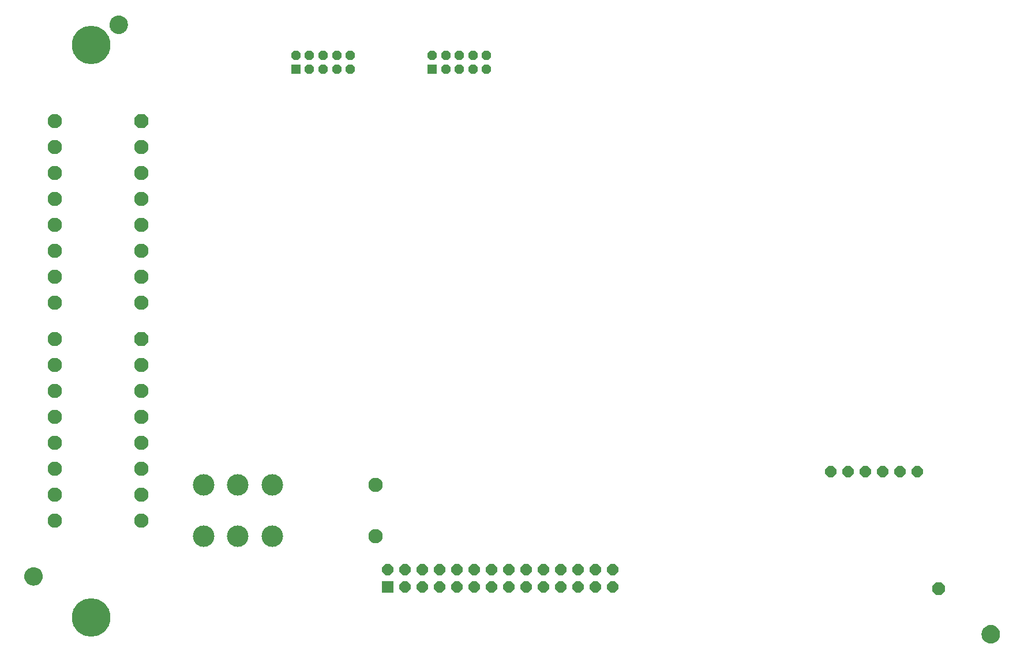
<source format=gbs>
G75*
%MOIN*%
%OFA0B0*%
%FSLAX25Y25*%
%IPPOS*%
%LPD*%
%AMOC8*
5,1,8,0,0,1.08239X$1,22.5*
%
%ADD10C,0.13198*%
%ADD11OC8,0.06506*%
%ADD12R,0.06506X0.06506*%
%ADD13OC8,0.08277*%
%ADD14C,0.08277*%
%ADD15C,0.12411*%
%ADD16C,0.00500*%
%ADD17OC8,0.07096*%
%ADD18R,0.05324X0.05324*%
%ADD19OC8,0.05324*%
%ADD20C,0.22254*%
D10*
X0137995Y0087673D03*
X0137995Y0418382D03*
D11*
X0565188Y0171770D03*
X0575188Y0171770D03*
X0585188Y0171770D03*
X0595188Y0171770D03*
X0605188Y0171770D03*
X0615188Y0171770D03*
X0439333Y0115232D03*
X0429333Y0115232D03*
X0419333Y0115232D03*
X0409333Y0115232D03*
X0399333Y0115232D03*
X0389333Y0115232D03*
X0379333Y0115232D03*
X0369333Y0115232D03*
X0359333Y0115232D03*
X0349333Y0115232D03*
X0339333Y0115232D03*
X0329333Y0115232D03*
X0319333Y0115232D03*
X0309333Y0115232D03*
X0319333Y0105232D03*
X0329333Y0105232D03*
X0339333Y0105232D03*
X0349333Y0105232D03*
X0359333Y0105232D03*
X0369333Y0105232D03*
X0379333Y0105232D03*
X0389333Y0105232D03*
X0399333Y0105232D03*
X0409333Y0105232D03*
X0419333Y0105232D03*
X0429333Y0105232D03*
X0439333Y0105232D03*
D12*
X0309333Y0105232D03*
D13*
X0166932Y0248441D03*
X0166932Y0374425D03*
D14*
X0166932Y0359425D03*
X0166932Y0344425D03*
X0166932Y0329425D03*
X0166932Y0314425D03*
X0166932Y0299425D03*
X0166932Y0284425D03*
X0166932Y0269425D03*
X0116932Y0269425D03*
X0116932Y0284425D03*
X0116932Y0299425D03*
X0116932Y0314425D03*
X0116932Y0329425D03*
X0116932Y0344425D03*
X0116932Y0359425D03*
X0116932Y0374425D03*
X0116932Y0248441D03*
X0116932Y0233441D03*
X0116932Y0218441D03*
X0116932Y0203441D03*
X0116932Y0188441D03*
X0116932Y0173441D03*
X0116932Y0158441D03*
X0116932Y0143441D03*
X0166932Y0143441D03*
X0166932Y0158441D03*
X0166932Y0173441D03*
X0166932Y0188441D03*
X0166932Y0203441D03*
X0166932Y0218441D03*
X0166932Y0233441D03*
X0302044Y0164152D03*
X0302044Y0134388D03*
D15*
X0242516Y0134388D03*
X0222674Y0134388D03*
X0202831Y0134388D03*
X0202831Y0164152D03*
X0222674Y0164152D03*
X0242516Y0164152D03*
D16*
X0109229Y0113005D02*
X0109454Y0112164D01*
X0109530Y0111295D01*
X0109454Y0110427D01*
X0109229Y0109585D01*
X0108860Y0108795D01*
X0108360Y0108081D01*
X0107744Y0107465D01*
X0107030Y0106965D01*
X0106240Y0106597D01*
X0105398Y0106371D01*
X0104530Y0106295D01*
X0103662Y0106371D01*
X0102820Y0106597D01*
X0102030Y0106965D01*
X0101316Y0107465D01*
X0100700Y0108081D01*
X0100200Y0108795D01*
X0099832Y0109585D01*
X0099606Y0110427D01*
X0099530Y0111295D01*
X0099606Y0112164D01*
X0099832Y0113005D01*
X0100200Y0113795D01*
X0100700Y0114509D01*
X0101316Y0115125D01*
X0102030Y0115625D01*
X0102820Y0115994D01*
X0103662Y0116219D01*
X0104530Y0116295D01*
X0105398Y0116219D01*
X0106240Y0115994D01*
X0107030Y0115625D01*
X0107744Y0115125D01*
X0108360Y0114509D01*
X0108860Y0113795D01*
X0109229Y0113005D01*
X0109262Y0112880D02*
X0099798Y0112880D01*
X0099664Y0112381D02*
X0109396Y0112381D01*
X0109479Y0111883D02*
X0099582Y0111883D01*
X0099538Y0111384D02*
X0109522Y0111384D01*
X0109494Y0110886D02*
X0099566Y0110886D01*
X0099617Y0110387D02*
X0109444Y0110387D01*
X0109310Y0109889D02*
X0099750Y0109889D01*
X0099923Y0109390D02*
X0109138Y0109390D01*
X0108905Y0108892D02*
X0100155Y0108892D01*
X0100482Y0108393D02*
X0108579Y0108393D01*
X0108174Y0107895D02*
X0100887Y0107895D01*
X0101415Y0107396D02*
X0107646Y0107396D01*
X0106885Y0106898D02*
X0102175Y0106898D01*
X0103558Y0106399D02*
X0105502Y0106399D01*
X0109055Y0113378D02*
X0100006Y0113378D01*
X0100257Y0113877D02*
X0108803Y0113877D01*
X0108454Y0114375D02*
X0100606Y0114375D01*
X0101065Y0114874D02*
X0107996Y0114874D01*
X0107392Y0115372D02*
X0101669Y0115372D01*
X0102556Y0115871D02*
X0106504Y0115871D01*
X0152875Y0425269D02*
X0152033Y0425494D01*
X0151243Y0425863D01*
X0150529Y0426363D01*
X0149913Y0426979D01*
X0149413Y0427693D01*
X0149044Y0428483D01*
X0148819Y0429325D01*
X0148743Y0430193D01*
X0148819Y0431061D01*
X0149044Y0431903D01*
X0149413Y0432693D01*
X0149913Y0433407D01*
X0150529Y0434023D01*
X0151243Y0434523D01*
X0152033Y0434891D01*
X0152875Y0435117D01*
X0153743Y0435193D01*
X0154611Y0435117D01*
X0155453Y0434891D01*
X0156243Y0434523D01*
X0156957Y0434023D01*
X0157573Y0433407D01*
X0158073Y0432693D01*
X0158441Y0431903D01*
X0158667Y0431061D01*
X0158743Y0430193D01*
X0158667Y0429325D01*
X0158441Y0428483D01*
X0158073Y0427693D01*
X0157573Y0426979D01*
X0156957Y0426363D01*
X0156243Y0425863D01*
X0155453Y0425494D01*
X0154611Y0425269D01*
X0153743Y0425193D01*
X0152875Y0425269D01*
X0152212Y0425446D02*
X0155273Y0425446D01*
X0156360Y0425945D02*
X0151126Y0425945D01*
X0150448Y0426443D02*
X0157037Y0426443D01*
X0157536Y0426942D02*
X0149950Y0426942D01*
X0149589Y0427440D02*
X0157896Y0427440D01*
X0158188Y0427939D02*
X0149298Y0427939D01*
X0149065Y0428437D02*
X0158420Y0428437D01*
X0158563Y0428936D02*
X0148923Y0428936D01*
X0148809Y0429434D02*
X0158676Y0429434D01*
X0158720Y0429933D02*
X0148766Y0429933D01*
X0148764Y0430431D02*
X0158722Y0430431D01*
X0158678Y0430930D02*
X0148807Y0430930D01*
X0148917Y0431428D02*
X0158568Y0431428D01*
X0158430Y0431927D02*
X0149055Y0431927D01*
X0149288Y0432426D02*
X0158198Y0432426D01*
X0157911Y0432924D02*
X0149574Y0432924D01*
X0149928Y0433423D02*
X0157557Y0433423D01*
X0157059Y0433921D02*
X0150427Y0433921D01*
X0151095Y0434420D02*
X0156391Y0434420D01*
X0155353Y0434918D02*
X0152132Y0434918D01*
X0653850Y0081045D02*
X0654466Y0081661D01*
X0655180Y0082161D01*
X0655970Y0082529D01*
X0656812Y0082755D01*
X0657680Y0082831D01*
X0658548Y0082755D01*
X0659390Y0082529D01*
X0660180Y0082161D01*
X0660894Y0081661D01*
X0661510Y0081045D01*
X0662010Y0080331D01*
X0662378Y0079541D01*
X0662604Y0078699D01*
X0662680Y0077831D01*
X0662604Y0076962D01*
X0662378Y0076121D01*
X0662010Y0075331D01*
X0661510Y0074617D01*
X0660894Y0074000D01*
X0660180Y0073501D01*
X0659390Y0073132D01*
X0658548Y0072907D01*
X0657680Y0072831D01*
X0656812Y0072907D01*
X0655970Y0073132D01*
X0655180Y0073501D01*
X0654466Y0074000D01*
X0653850Y0074617D01*
X0653350Y0075331D01*
X0652981Y0076121D01*
X0652756Y0076962D01*
X0652680Y0077831D01*
X0652756Y0078699D01*
X0652981Y0079541D01*
X0653350Y0080331D01*
X0653850Y0081045D01*
X0653801Y0080975D02*
X0661559Y0080975D01*
X0661908Y0080477D02*
X0653452Y0080477D01*
X0653185Y0079978D02*
X0662174Y0079978D01*
X0662395Y0079479D02*
X0652965Y0079479D01*
X0652831Y0078981D02*
X0662528Y0078981D01*
X0662623Y0078482D02*
X0652737Y0078482D01*
X0652693Y0077984D02*
X0662666Y0077984D01*
X0662650Y0077485D02*
X0652710Y0077485D01*
X0652754Y0076987D02*
X0662606Y0076987D01*
X0662477Y0076488D02*
X0652883Y0076488D01*
X0653042Y0075990D02*
X0662317Y0075990D01*
X0662085Y0075491D02*
X0653275Y0075491D01*
X0653586Y0074993D02*
X0661773Y0074993D01*
X0661388Y0074494D02*
X0653972Y0074494D01*
X0654472Y0073996D02*
X0660887Y0073996D01*
X0660173Y0073497D02*
X0655187Y0073497D01*
X0656468Y0072999D02*
X0658892Y0072999D01*
X0661081Y0081474D02*
X0654278Y0081474D01*
X0654910Y0081972D02*
X0660449Y0081972D01*
X0659516Y0082471D02*
X0655844Y0082471D01*
D17*
X0627488Y0104170D03*
D18*
X0334845Y0404602D03*
X0256105Y0404602D03*
D19*
X0263979Y0404602D03*
X0271853Y0404602D03*
X0279727Y0404602D03*
X0287601Y0404602D03*
X0287601Y0412476D03*
X0279727Y0412476D03*
X0271853Y0412476D03*
X0263979Y0412476D03*
X0256105Y0412476D03*
X0334845Y0412476D03*
X0342719Y0412476D03*
X0350593Y0412476D03*
X0358467Y0412476D03*
X0366341Y0412476D03*
X0366341Y0404602D03*
X0358467Y0404602D03*
X0350593Y0404602D03*
X0342719Y0404602D03*
D20*
X0137995Y0087673D03*
X0137995Y0418382D03*
M02*

</source>
